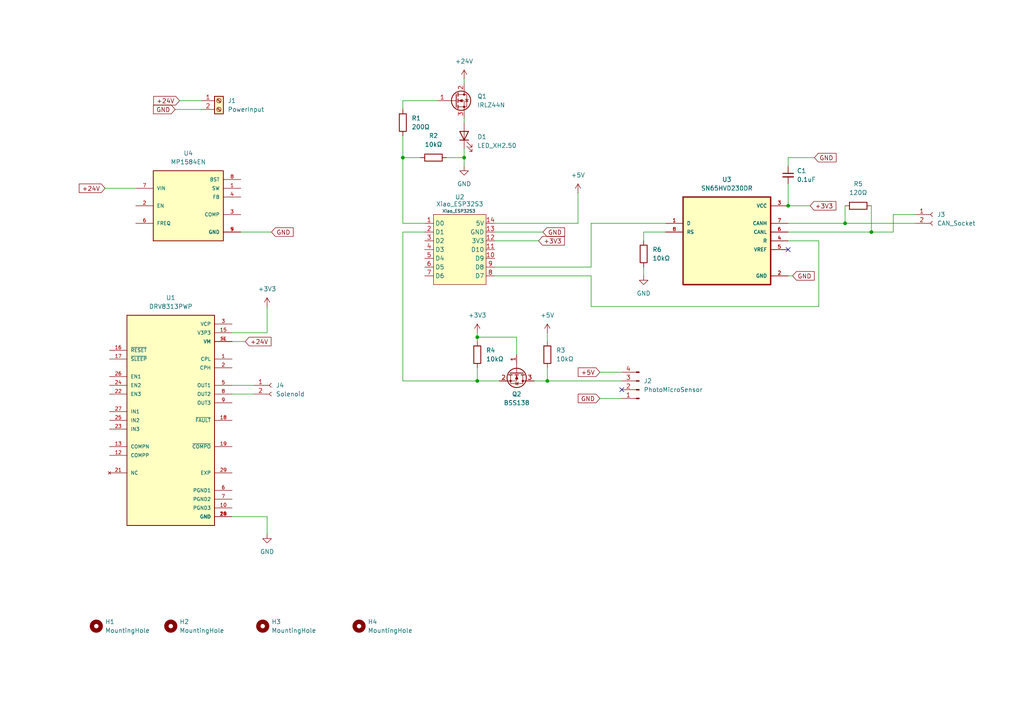
<source format=kicad_sch>
(kicad_sch (version 20231120) (generator "eeschema") (generator_version "8.0")
  (paper "A4")
  (lib_symbols
    (symbol "Connector:Conn_01x02_Socket" (pin_names (offset 1.016) hide)
      (property "Reference" "J" (at 0 2.54 0))
      (property "Value" "Conn_01x02_Socket" (at 0 -5.08 0))
      (symbol "Conn_01x02_Socket_1_1"
        (arc (start 0 -2.032) (mid -0.5058 -2.54) (end 0 -3.048) (stroke (width 0.1524)))
        (polyline (pts (xy -1.27 -2.54) (xy -0.508 -2.54)) (stroke (width 0.1524)))
        (polyline (pts (xy -1.27 0) (xy -0.508 0)) (stroke (width 0.1524)))
        (arc (start 0 0.508) (mid -0.5058 0) (end 0 -0.508) (stroke (width 0.1524)))
        (pin passive line (at -5.08 0 0) (length 3.81) (name "Pin_1") (number "1"))
        (pin passive line (at -5.08 -2.54 0) (length 3.81) (name "Pin_2") (number "2"))
      )
    )
    (symbol "Connector:Conn_01x04_Pin" (pin_names (offset 1.016) hide)
      (property "Reference" "J" (at 0 5.08 0))
      (property "Value" "Conn_01x04_Pin" (at 0 -7.62 0))
      (symbol "Conn_01x04_Pin_1_1"
        (polyline (pts (xy 1.27 -5.08) (xy 0.8636 -5.08)) (stroke (width 0.1524)))
        (polyline (pts (xy 1.27 -2.54) (xy 0.8636 -2.54)) (stroke (width 0.1524)))
        (polyline (pts (xy 1.27 0) (xy 0.8636 0)) (stroke (width 0.1524)))
        (polyline (pts (xy 1.27 2.54) (xy 0.8636 2.54)) (stroke (width 0.1524)))
        (rectangle (start 0.8636 -4.953) (end 0 -5.207) (stroke (width 0.1524)) (fill (type outline)))
        (rectangle (start 0.8636 -2.413) (end 0 -2.667) (stroke (width 0.1524)) (fill (type outline)))
        (rectangle (start 0.8636 0.127) (end 0 -0.127) (stroke (width 0.1524)) (fill (type outline)))
        (rectangle (start 0.8636 2.667) (end 0 2.413) (stroke (width 0.1524)) (fill (type outline)))
        (pin passive line (at 5.08 2.54 180) (length 3.81) (name "Pin_1") (number "1"))
        (pin passive line (at 5.08 0 180) (length 3.81) (name "Pin_2") (number "2"))
        (pin passive line (at 5.08 -2.54 180) (length 3.81) (name "Pin_3") (number "3"))
        (pin passive line (at 5.08 -5.08 180) (length 3.81) (name "Pin_4") (number "4"))
      )
    )
    (symbol "Connector:Screw_Terminal_01x02" (pin_names (offset 1.016) hide)
      (property "Reference" "J" (at 0 2.54 0))
      (property "Value" "Screw_Terminal_01x02" (at 0 -5.08 0))
      (symbol "Screw_Terminal_01x02_1_1"
        (rectangle (start -1.27 1.27) (end 1.27 -3.81) (stroke (width 0.254)) (fill (type background)))
        (circle (center 0 -2.54) (radius 0.635) (stroke (width 0.1524)))
        (polyline (pts (xy -0.5334 -2.2098) (xy 0.3302 -3.048)) (stroke (width 0.1524)))
        (polyline (pts (xy -0.5334 0.3302) (xy 0.3302 -0.508)) (stroke (width 0.1524)))
        (polyline (pts (xy -0.3556 -2.032) (xy 0.508 -2.8702)) (stroke (width 0.1524)))
        (polyline (pts (xy -0.3556 0.508) (xy 0.508 -0.3302)) (stroke (width 0.1524)))
        (circle (center 0 0) (radius 0.635) (stroke (width 0.1524)))
        (pin passive line (at -5.08 0 0) (length 3.81) (name "Pin_1") (number "1"))
        (pin passive line (at -5.08 -2.54 0) (length 3.81) (name "Pin_2") (number "2"))
      )
    )
    (symbol "Custom:DRV8313PWP" (pin_names (offset 1.016))
      (property "Reference" "U" (at -12.7 31.48 0))
      (property "Value" "DRV8313PWP" (at -12.7 -33.02 0))
      (symbol "DRV8313PWP_0_0"
        (rectangle (start -12.7 -30.48) (end 12.7 30.48) (stroke (width 0.254)) (fill (type background)))
        (pin power_in line (at 17.78 17.78 180) (length 5.08) (name "CPL") (number "1"))
        (pin power_in line (at 17.78 -25.4 180) (length 5.08) (name "PGND3") (number "10"))
        (pin power_in line (at 17.78 22.86 180) (length 5.08) (name "VM") (number "11"))
        (pin input line (at -17.78 -10.16 0) (length 5.08) (name "COMPP") (number "12"))
        (pin input line (at -17.78 -7.62 0) (length 5.08) (name "COMPN") (number "13"))
        (pin power_in line (at 17.78 -27.94 180) (length 5.08) (name "GND") (number "14"))
        (pin power_in line (at 17.78 25.4 180) (length 5.08) (name "V3P3") (number "15"))
        (pin input line (at -17.78 20.32 0) (length 5.08) (name "~{RESET}") (number "16"))
        (pin input line (at -17.78 17.78 0) (length 5.08) (name "~{SLEEP}") (number "17"))
        (pin output line (at 17.78 0 180) (length 5.08) (name "~{FAULT}") (number "18"))
        (pin output line (at 17.78 -7.62 180) (length 5.08) (name "~{COMPO}") (number "19"))
        (pin power_in line (at 17.78 15.24 180) (length 5.08) (name "CPH") (number "2"))
        (pin power_in line (at 17.78 -27.94 180) (length 5.08) (name "GND") (number "20"))
        (pin no_connect line (at -17.78 -15.24 0) (length 5.08) (name "NC") (number "21"))
        (pin input line (at -17.78 7.62 0) (length 5.08) (name "EN3") (number "22"))
        (pin input line (at -17.78 -2.54 0) (length 5.08) (name "IN3") (number "23"))
        (pin input line (at -17.78 10.16 0) (length 5.08) (name "EN2") (number "24"))
        (pin input line (at -17.78 0 0) (length 5.08) (name "IN2") (number "25"))
        (pin input line (at -17.78 12.7 0) (length 5.08) (name "EN1") (number "26"))
        (pin input line (at -17.78 2.54 0) (length 5.08) (name "IN1") (number "27"))
        (pin power_in line (at 17.78 -27.94 180) (length 5.08) (name "GND") (number "28"))
        (pin power_in line (at 17.78 -15.24 180) (length 5.08) (name "EXP") (number "29"))
        (pin power_in line (at 17.78 27.94 180) (length 5.08) (name "VCP") (number "3"))
        (pin power_in line (at 17.78 22.86 180) (length 5.08) (name "VM") (number "4"))
        (pin output line (at 17.78 10.16 180) (length 5.08) (name "OUT1") (number "5"))
        (pin power_in line (at 17.78 -20.32 180) (length 5.08) (name "PGND1") (number "6"))
        (pin power_in line (at 17.78 -22.86 180) (length 5.08) (name "PGND2") (number "7"))
        (pin output line (at 17.78 7.62 180) (length 5.08) (name "OUT2") (number "8"))
        (pin output line (at 17.78 5.08 180) (length 5.08) (name "OUT3") (number "9"))
      )
    )
    (symbol "Custom:Xiao_ESP32S3"
      (property "Reference" "U" (at -6.858 -11.684 0))
      (symbol "Xiao_ESP32S3_1_1"
        (rectangle (start -7.62 10.16) (end 7.62 -10.16) (fill (type background)))
        (text "Xiao_ESP32S3\n" (at -0.254 11.176 0) (effects (font (size 0.889 0.889))))
        (pin input line (at -10.16 7.62 0) (length 2.54) (name "D0") (number "1"))
        (pin input line (at 10.16 -2.54 180) (length 2.54) (name "D9") (number "10"))
        (pin input line (at 10.16 0 180) (length 2.54) (name "D10") (number "11"))
        (pin input line (at 10.16 2.54 180) (length 2.54) (name "3V3") (number "12"))
        (pin input line (at 10.16 5.08 180) (length 2.54) (name "GND") (number "13"))
        (pin input line (at 10.16 7.62 180) (length 2.54) (name "5V") (number "14"))
        (pin input line (at -10.16 5.08 0) (length 2.54) (name "D1") (number "2"))
        (pin input line (at -10.16 2.54 0) (length 2.54) (name "D2") (number "3"))
        (pin input line (at -10.16 0 0) (length 2.54) (name "D3") (number "4"))
        (pin input line (at -10.16 -2.54 0) (length 2.54) (name "D4") (number "5"))
        (pin input line (at -10.16 -5.08 0) (length 2.54) (name "D5") (number "6"))
        (pin input line (at -10.16 -7.62 0) (length 2.54) (name "D6") (number "7"))
        (pin input line (at 10.16 -7.62 180) (length 2.54) (name "D7") (number "8"))
        (pin input line (at 10.16 -5.08 180) (length 2.54) (name "D8") (number "9"))
      )
    )
    (symbol "Device:C_Small" (pin_numbers hide) (pin_names (offset 0.254) hide)
      (property "Reference" "C" (at 0.254 1.778 0))
      (property "Value" "C_Small" (at 0.254 -2.032 0))
      (symbol "C_Small_0_1"
        (polyline (pts (xy -1.524 -0.508) (xy 1.524 -0.508)) (stroke (width 0.3302)))
        (polyline (pts (xy -1.524 0.508) (xy 1.524 0.508)) (stroke (width 0.3048)))
      )
      (symbol "C_Small_1_1"
        (pin passive line (at 0 2.54 270) (length 2.032) (name "~") (number "1"))
        (pin passive line (at 0 -2.54 90) (length 2.032) (name "~") (number "2"))
      )
    )
    (symbol "Device:LED" (pin_numbers hide) (pin_names (offset 1.016) hide)
      (property "Reference" "D" (at 0 2.54 0))
      (property "Value" "LED" (at 0 -2.54 0))
      (symbol "LED_0_1"
        (polyline (pts (xy -1.27 -1.27) (xy -1.27 1.27)) (stroke (width 0.254)))
        (polyline (pts (xy -1.27 0) (xy 1.27 0)))
        (polyline (pts (xy 1.27 -1.27) (xy 1.27 1.27) (xy -1.27 0) (xy 1.27 -1.27)) (stroke (width 0.254)))
        (polyline (pts (xy -3.048 -0.762) (xy -4.572 -2.286) (xy -3.81 -2.286) (xy -4.572 -2.286) (xy -4.572 -1.524)))
        (polyline (pts (xy -1.778 -0.762) (xy -3.302 -2.286) (xy -2.54 -2.286) (xy -3.302 -2.286) (xy -3.302 -1.524)))
      )
      (symbol "LED_1_1"
        (pin passive line (at -3.81 0 0) (length 2.54) (name "K") (number "1"))
        (pin passive line (at 3.81 0 180) (length 2.54) (name "A") (number "2"))
      )
    )
    (symbol "Device:R" (pin_numbers hide) (pin_names (offset 0))
      (property "Reference" "R" (at 2.032 0 90))
      (property "Value" "R" (at 0 0 90))
      (symbol "R_0_1"
        (rectangle (start -1.016 -2.54) (end 1.016 2.54) (stroke (width 0.254)))
      )
      (symbol "R_1_1"
        (pin passive line (at 0 3.81 270) (length 1.27) (name "~") (number "1"))
        (pin passive line (at 0 -3.81 90) (length 1.27) (name "~") (number "2"))
      )
    )
    (symbol "MP1584EN:MP1584EN" (pin_names (offset 1.016))
      (property "Reference" "U" (at -10.185 10.6942 0))
      (property "Value" "MP1584EN" (at -10.1723 -12.7154 0))
      (symbol "MP1584EN_0_0"
        (rectangle (start -10.16 -10.16) (end 10.16 10.16) (stroke (width 0.254)) (fill (type background)))
        (pin output line (at 15.24 5.08 180) (length 5.08) (name "SW") (number "1"))
        (pin input line (at -15.24 0 0) (length 5.08) (name "EN") (number "2"))
        (pin output line (at 15.24 -2.54 180) (length 5.08) (name "COMP") (number "3"))
        (pin input line (at 15.24 2.54 180) (length 5.08) (name "FB") (number "4"))
        (pin power_in line (at 15.24 -7.62 180) (length 5.08) (name "GND") (number "5"))
        (pin input line (at -15.24 -5.08 0) (length 5.08) (name "FREQ") (number "6"))
        (pin input line (at -15.24 5.08 0) (length 5.08) (name "VIN") (number "7"))
        (pin passive line (at 15.24 7.62 180) (length 5.08) (name "BST") (number "8"))
        (pin power_in line (at 15.24 -7.62 180) (length 5.08) (name "GND") (number "9"))
      )
    )
    (symbol "Mechanical:MountingHole" (pin_names (offset 1.016))
      (property "Reference" "H" (at 0 5.08 0))
      (property "Value" "MountingHole" (at 0 3.175 0))
      (symbol "MountingHole_0_1"
        (circle (center 0 0) (radius 1.27) (stroke (width 1.27)))
      )
    )
    (symbol "SN65HVD230DR:SN65HVD230DR" (pin_names (offset 1.016))
      (property "Reference" "U" (at -12.7 13.7 0))
      (property "Value" "SN65HVD230DR" (at -12.7 -16.7 0))
      (symbol "SN65HVD230DR_0_0"
        (rectangle (start -12.7 -12.7) (end 12.7 12.7) (stroke (width 0.41)) (fill (type background)))
        (pin input line (at -17.78 5.08 0) (length 5.08) (name "D") (number "1"))
        (pin power_in line (at 17.78 -10.16 180) (length 5.08) (name "GND") (number "2"))
        (pin power_in line (at 17.78 10.16 180) (length 5.08) (name "VCC") (number "3"))
        (pin output line (at 17.78 0 180) (length 5.08) (name "R") (number "4"))
        (pin output line (at 17.78 -2.54 180) (length 5.08) (name "VREF") (number "5"))
        (pin output line (at 17.78 2.54 180) (length 5.08) (name "CANL") (number "6"))
        (pin output line (at 17.78 5.08 180) (length 5.08) (name "CANH") (number "7"))
        (pin input line (at -17.78 2.54 0) (length 5.08) (name "RS") (number "8"))
      )
    )
    (symbol "Transistor_FET:BSS138" (pin_names hide)
      (property "Reference" "Q" (at 5.08 1.905 0))
      (property "Value" "BSS138" (at 5.08 0 0))
      (symbol "BSS138_0_1"
        (polyline (pts (xy 0.254 0) (xy -2.54 0)))
        (polyline (pts (xy 0.254 1.905) (xy 0.254 -1.905)) (stroke (width 0.254)))
        (polyline (pts (xy 0.762 -1.27) (xy 0.762 -2.286)) (stroke (width 0.254)))
        (polyline (pts (xy 0.762 0.508) (xy 0.762 -0.508)) (stroke (width 0.254)))
        (polyline (pts (xy 0.762 2.286) (xy 0.762 1.27)) (stroke (width 0.254)))
        (polyline (pts (xy 2.54 2.54) (xy 2.54 1.778)))
        (polyline (pts (xy 2.54 -2.54) (xy 2.54 0) (xy 0.762 0)))
        (polyline (pts (xy 0.762 -1.778) (xy 3.302 -1.778) (xy 3.302 1.778) (xy 0.762 1.778)))
        (polyline (pts (xy 1.016 0) (xy 2.032 0.381) (xy 2.032 -0.381) (xy 1.016 0)) (fill (type outline)))
        (polyline (pts (xy 2.794 0.508) (xy 2.921 0.381) (xy 3.683 0.381) (xy 3.81 0.254)))
        (polyline (pts (xy 3.302 0.381) (xy 2.921 -0.254) (xy 3.683 -0.254) (xy 3.302 0.381)))
        (circle (center 1.651 0) (radius 2.794) (stroke (width 0.254)))
        (circle (center 2.54 -1.778) (radius 0.254) (fill (type outline)))
        (circle (center 2.54 1.778) (radius 0.254) (fill (type outline)))
      )
      (symbol "BSS138_1_1"
        (pin input line (at -5.08 0 0) (length 2.54) (name "G") (number "1"))
        (pin passive line (at 2.54 -5.08 90) (length 2.54) (name "S") (number "2"))
        (pin passive line (at 2.54 5.08 270) (length 2.54) (name "D") (number "3"))
      )
    )
    (symbol "Transistor_FET:IRLZ44N" (pin_names hide)
      (property "Reference" "Q" (at 5.08 1.905 0))
      (property "Value" "IRLZ44N" (at 5.08 0 0))
      (symbol "IRLZ44N_0_1"
        (polyline (pts (xy 0.254 0) (xy -2.54 0)))
        (polyline (pts (xy 0.254 1.905) (xy 0.254 -1.905)) (stroke (width 0.254)))
        (polyline (pts (xy 0.762 -1.27) (xy 0.762 -2.286)) (stroke (width 0.254)))
        (polyline (pts (xy 0.762 0.508) (xy 0.762 -0.508)) (stroke (width 0.254)))
        (polyline (pts (xy 0.762 2.286) (xy 0.762 1.27)) (stroke (width 0.254)))
        (polyline (pts (xy 2.54 2.54) (xy 2.54 1.778)))
        (polyline (pts (xy 2.54 -2.54) (xy 2.54 0) (xy 0.762 0)))
        (polyline (pts (xy 0.762 -1.778) (xy 3.302 -1.778) (xy 3.302 1.778) (xy 0.762 1.778)))
        (polyline (pts (xy 1.016 0) (xy 2.032 0.381) (xy 2.032 -0.381) (xy 1.016 0)) (fill (type outline)))
        (polyline (pts (xy 2.794 0.508) (xy 2.921 0.381) (xy 3.683 0.381) (xy 3.81 0.254)))
        (polyline (pts (xy 3.302 0.381) (xy 2.921 -0.254) (xy 3.683 -0.254) (xy 3.302 0.381)))
        (circle (center 1.651 0) (radius 2.794) (stroke (width 0.254)))
        (circle (center 2.54 -1.778) (radius 0.254) (fill (type outline)))
        (circle (center 2.54 1.778) (radius 0.254) (fill (type outline)))
      )
      (symbol "IRLZ44N_1_1"
        (pin input line (at -5.08 0 0) (length 2.54) (name "G") (number "1"))
        (pin passive line (at 2.54 5.08 270) (length 2.54) (name "D") (number "2"))
        (pin passive line (at 2.54 -5.08 90) (length 2.54) (name "S") (number "3"))
      )
    )
    (symbol "power:+24V" (power) (pin_numbers hide) (pin_names (offset 0) hide)
      (property "Value" "+24V" (at 0 3.556 0))
      (symbol "+24V_0_1"
        (polyline (pts (xy -0.762 1.27) (xy 0 2.54)))
        (polyline (pts (xy 0 0) (xy 0 2.54)))
        (polyline (pts (xy 0 2.54) (xy 0.762 1.27)))
      )
      (symbol "+24V_1_1"
        (pin power_in line (at 0 0 90) (length 0) (name "~") (number "1"))
      )
    )
    (symbol "power:+3V3" (power) (pin_numbers hide) (pin_names (offset 0) hide)
      (property "Value" "+3V3" (at 0 3.556 0))
      (symbol "+3V3_0_1"
        (polyline (pts (xy -0.762 1.27) (xy 0 2.54)))
        (polyline (pts (xy 0 0) (xy 0 2.54)))
        (polyline (pts (xy 0 2.54) (xy 0.762 1.27)))
      )
      (symbol "+3V3_1_1"
        (pin power_in line (at 0 0 90) (length 0) (name "~") (number "1"))
      )
    )
    (symbol "power:+5V" (power) (pin_numbers hide) (pin_names (offset 0) hide)
      (property "Value" "+5V" (at 0 3.556 0))
      (symbol "+5V_0_1"
        (polyline (pts (xy -0.762 1.27) (xy 0 2.54)))
        (polyline (pts (xy 0 0) (xy 0 2.54)))
        (polyline (pts (xy 0 2.54) (xy 0.762 1.27)))
      )
      (symbol "+5V_1_1"
        (pin power_in line (at 0 0 90) (length 0) (name "~") (number "1"))
      )
    )
    (symbol "power:GND" (power) (pin_numbers hide) (pin_names (offset 0) hide)
      (property "Value" "GND" (at 0 -3.81 0))
      (symbol "GND_0_1"
        (polyline (pts (xy 0 0) (xy 0 -1.27) (xy 1.27 -1.27) (xy 0 -2.54) (xy -1.27 -1.27) (xy 0 -1.27)))
      )
      (symbol "GND_1_1"
        (pin power_in line (at 0 0 270) (length 0) (name "~") (number "1"))
      )
    )
  )
  (junction (at 138.43 97.79))
  (junction (at 116.84 45.72))
  (junction (at 134.62 45.72))
  (junction (at 158.75 110.49))
  (junction (at 228.6 59.69))
  (junction (at 245.11 64.77))
  (junction (at 138.43 110.49))
  (junction (at 252.73 67.31))
  (no_connect (at 180.34 113.03))
  (no_connect (at 228.6 72.39))
  (wire (pts (xy 138.43 110.49) (xy 144.78 110.49)))
  (wire (pts (xy 143.51 67.31) (xy 157.48 67.31)))
  (wire (pts (xy 116.84 39.37) (xy 116.84 45.72)))
  (wire (pts (xy 158.75 110.49) (xy 180.34 110.49)))
  (wire (pts (xy 158.75 106.68) (xy 158.75 110.49)))
  (wire (pts (xy 127 29.21) (xy 116.84 29.21)))
  (wire (pts (xy 123.19 64.77) (xy 116.84 64.77)))
  (wire (pts (xy 245.11 59.69) (xy 245.11 64.77)))
  (wire (pts (xy 167.64 64.77) (xy 167.64 55.88)))
  (wire (pts (xy 245.11 64.77) (xy 265.43 64.77)))
  (wire (pts (xy 67.31 99.06) (xy 71.12 99.06)))
  (wire (pts (xy 67.31 96.52) (xy 77.47 96.52)))
  (wire (pts (xy 228.6 45.72) (xy 236.22 45.72)))
  (wire (pts (xy 67.31 114.3) (xy 73.66 114.3)))
  (wire (pts (xy 259.08 62.23) (xy 265.43 62.23)))
  (wire (pts (xy 171.45 64.77) (xy 171.45 77.47)))
  (wire (pts (xy 134.62 43.18) (xy 134.62 45.72)))
  (wire (pts (xy 77.47 154.94) (xy 77.47 149.86)))
  (wire (pts (xy 228.6 64.77) (xy 245.11 64.77)))
  (wire (pts (xy 138.43 96.52) (xy 138.43 97.79)))
  (wire (pts (xy 143.51 69.85) (xy 156.21 69.85)))
  (wire (pts (xy 154.94 110.49) (xy 158.75 110.49)))
  (wire (pts (xy 116.84 45.72) (xy 116.84 64.77)))
  (wire (pts (xy 134.62 45.72) (xy 134.62 48.26)))
  (wire (pts (xy 252.73 67.31) (xy 259.08 67.31)))
  (wire (pts (xy 228.6 48.26) (xy 228.6 45.72)))
  (wire (pts (xy 259.08 67.31) (xy 259.08 62.23)))
  (wire (pts (xy 143.51 64.77) (xy 167.64 64.77)))
  (wire (pts (xy 138.43 106.68) (xy 138.43 110.49)))
  (wire (pts (xy 228.6 53.34) (xy 228.6 59.69)))
  (wire (pts (xy 69.85 67.31) (xy 78.74 67.31)))
  (wire (pts (xy 173.99 107.95) (xy 180.34 107.95)))
  (wire (pts (xy 138.43 97.79) (xy 138.43 99.06)))
  (wire (pts (xy 193.04 64.77) (xy 171.45 64.77)))
  (wire (pts (xy 149.86 97.79) (xy 138.43 97.79)))
  (wire (pts (xy 134.62 22.86) (xy 134.62 24.13)))
  (wire (pts (xy 237.49 69.85) (xy 237.49 88.9)))
  (wire (pts (xy 252.73 59.69) (xy 252.73 67.31)))
  (wire (pts (xy 228.6 69.85) (xy 237.49 69.85)))
  (wire (pts (xy 134.62 34.29) (xy 134.62 35.56)))
  (wire (pts (xy 186.69 67.31) (xy 193.04 67.31)))
  (wire (pts (xy 52.07 29.21) (xy 58.42 29.21)))
  (wire (pts (xy 171.45 77.47) (xy 143.51 77.47)))
  (wire (pts (xy 116.84 45.72) (xy 121.92 45.72)))
  (wire (pts (xy 237.49 88.9) (xy 171.45 88.9)))
  (wire (pts (xy 123.19 67.31) (xy 116.84 67.31)))
  (wire (pts (xy 116.84 110.49) (xy 138.43 110.49)))
  (wire (pts (xy 77.47 96.52) (xy 77.47 88.9)))
  (wire (pts (xy 67.31 111.76) (xy 73.66 111.76)))
  (wire (pts (xy 228.6 67.31) (xy 252.73 67.31)))
  (wire (pts (xy 129.54 45.72) (xy 134.62 45.72)))
  (wire (pts (xy 77.47 149.86) (xy 67.31 149.86)))
  (wire (pts (xy 50.8 31.75) (xy 58.42 31.75)))
  (wire (pts (xy 116.84 29.21) (xy 116.84 31.75)))
  (wire (pts (xy 116.84 67.31) (xy 116.84 110.49)))
  (wire (pts (xy 171.45 88.9) (xy 171.45 80.01)))
  (wire (pts (xy 228.6 80.01) (xy 229.87 80.01)))
  (wire (pts (xy 30.48 54.61) (xy 39.37 54.61)))
  (wire (pts (xy 186.69 69.85) (xy 186.69 67.31)))
  (wire (pts (xy 228.6 59.69) (xy 234.95 59.69)))
  (wire (pts (xy 173.99 115.57) (xy 180.34 115.57)))
  (wire (pts (xy 171.45 80.01) (xy 143.51 80.01)))
  (wire (pts (xy 149.86 102.87) (xy 149.86 97.79)))
  (wire (pts (xy 186.69 77.47) (xy 186.69 80.01)))
  (wire (pts (xy 158.75 96.52) (xy 158.75 99.06)))
  (global_label "GND" (shape input) (at 173.99 115.57 180) (property "Intersheetrefs" "${INTERSHEET_REFS}" (effects (hide yes))))
  (global_label "GND" (shape input) (at 50.8 31.75 180) (property "Intersheetrefs" "${INTERSHEET_REFS}" (effects (hide yes))))
  (global_label "GND" (shape input) (at 78.74 67.31 0) (property "Intersheetrefs" "${INTERSHEET_REFS}" (effects (hide yes))))
  (global_label "GND" (shape input) (at 229.87 80.01 0) (property "Intersheetrefs" "${INTERSHEET_REFS}" (effects (hide yes))))
  (global_label "+24V" (shape input) (at 71.12 99.06 0) (property "Intersheetrefs" "${INTERSHEET_REFS}" (effects (hide yes))))
  (global_label "+3V3" (shape input) (at 156.21 69.85 0) (property "Intersheetrefs" "${INTERSHEET_REFS}" (effects (hide yes))))
  (global_label "GND" (shape input) (at 157.48 67.31 0) (property "Intersheetrefs" "${INTERSHEET_REFS}" (effects (hide yes))))
  (global_label "+24V" (shape input) (at 30.48 54.61 180) (property "Intersheetrefs" "${INTERSHEET_REFS}" (effects (hide yes))))
  (global_label "+24V" (shape input) (at 52.07 29.21 180) (property "Intersheetrefs" "${INTERSHEET_REFS}" (effects (hide yes))))
  (global_label "+5V" (shape input) (at 173.99 107.95 180) (property "Intersheetrefs" "${INTERSHEET_REFS}" (effects (hide yes))))
  (global_label "+3V3" (shape input) (at 234.95 59.69 0) (property "Intersheetrefs" "${INTERSHEET_REFS}" (effects (hide yes))))
  (global_label "GND" (shape input) (at 236.22 45.72 0) (property "Intersheetrefs" "${INTERSHEET_REFS}" (effects (hide yes))))
  (symbol (lib_id "Device:LED") (at 134.62 39.37 90) (unit 1)
    (property "Reference" "D1" (at 138.43 39.6874 90) (effects (justify right)))
    (property "Value" "LED_XH2.50" (at 138.43 42.2274 90) (effects (justify right)))
    (property "Footprint" "Connector_JST:JST_XH_B2B-XH-A_1x02_P2.50mm_Vertical" (effects (hide yes)))
    (property "Description" "Light emitting diode" (effects (hide yes)))
  )
  (symbol (lib_id "MP1584EN:MP1584EN") (at 54.61 59.69 0) (unit 1)
    (property "Reference" "U4" (at 54.61 44.45 0))
    (property "Value" "MP1584EN" (at 54.61 46.99 0))
    (property "Footprint" "MP1584EN:SOIC127P600X170-9N" (effects (hide yes)))
    (property "MF" "Monolithic Power" (effects (hide yes)))
    (property "PACKAGE" "None" (effects (hide yes)))
    (property "PRICE" "None" (effects (hide yes)))
    (property "Package" "SOIC-8 Monolithic Power" (effects (hide yes)))
    (property "Check_prices" "https://www.snapeda.com/parts/MP1584EN/Monolithic+Power+Systems+Inc./view-part/?ref=eda" (effects (hide yes)))
    (property "STANDARD" "IPC-7351B" (effects (hide yes)))
    (property "SnapEDA_Link" "https://www.snapeda.com/parts/MP1584EN/Monolithic+Power+Systems+Inc./view-part/?ref=snap" (effects (hide yes)))
    (property "MP" "MP1584EN" (effects (hide yes)))
    (property "Price" "None" (effects (hide yes)))
    (property "Availability" "Not in stock" (effects (hide yes)))
    (property "AVAILABILITY" "Unavailable" (effects (hide yes)))
    (property "Description_1" "\nBuck Switching Regulator IC Positive Adjustable 0.8V 1 Output 3A 8-SOIC (0.154, 3.90mm Width) Exposed Pad\n" (effects (hide yes)))
  )
  (symbol (lib_id "Custom:DRV8313PWP") (at 49.53 121.92 0) (unit 1)
    (property "Reference" "U1" (at 49.53 86.36 0))
    (property "Value" "DRV8313PWP" (at 49.53 88.9 0))
    (property "Footprint" "Custom:SOP65P640X120-29N" (effects (hide yes)))
    (property "DigiKey_Part_Number" "296-35540-5-ND" (effects (hide yes)))
    (property "SnapEDA_Link" "https://www.snapeda.com/parts/DRV8313PWP/Texas+Instruments/view-part/?ref=snap" (effects (hide yes)))
    (property "SNAPEDA_PACKAGE_ID" "102627" (effects (hide yes)))
    (property "Package" "HTSSOP-28 Texas Instruments" (effects (hide yes)))
    (property "Check_prices" "https://www.snapeda.com/parts/DRV8313PWP/Texas+Instruments/view-part/?ref=eda" (effects (hide yes)))
    (property "STANDARD" "Manufacturer Recommendations" (effects (hide yes)))
    (property "PARTREV" "D" (effects (hide yes)))
    (property "MF" "Texas Instruments" (effects (hide yes)))
    (property "MP" "DRV8313PWP" (effects (hide yes)))
    (property "Description_1" "\n65-V max 3-A peak 3-phase motor driver with integrated FETs\n" (effects (hide yes)))
    (property "MANUFACTURER" "Texas Instruments" (effects (hide yes)))
    (property "MAXIMUM_PACKAGE_HEIGHT" "1.2 mm" (effects (hide yes)))
  )
  (symbol (lib_id "Device:R") (at 125.73 45.72 90) (unit 1)
    (property "Reference" "R2" (at 125.73 39.37 90))
    (property "Value" "10kΩ" (at 125.73 41.91 90))
    (property "Footprint" "Resistor_SMD:R_1206_3216Metric" (effects (hide yes)))
    (property "Description" "Resistor" (effects (hide yes)))
  )
  (symbol (lib_id "Mechanical:MountingHole") (at 49.53 181.61 0) (unit 1)
    (property "Reference" "H2" (at 52.07 180.3399 0) (effects (justify left)))
    (property "Value" "MountingHole" (at 52.07 182.8799 0) (effects (justify left)))
    (property "Footprint" "MountingHole:MountingHole_3.2mm_M3_Pad_Via" (effects (hide yes)))
    (property "Description" "Mounting Hole without connection" (effects (hide yes)))
  )
  (symbol (lib_id "Mechanical:MountingHole") (at 104.14 181.61 0) (unit 1)
    (property "Reference" "H4" (at 106.68 180.3399 0) (effects (justify left)))
    (property "Value" "MountingHole" (at 106.68 182.8799 0) (effects (justify left)))
    (property "Footprint" "MountingHole:MountingHole_3.2mm_M3_Pad_Via" (effects (hide yes)))
    (property "Description" "Mounting Hole without connection" (effects (hide yes)))
  )
  (symbol (lib_id "power:+5V") (at 167.64 55.88 0) (unit 1)
    (property "Reference" "#PWR02" (effects (hide yes)))
    (property "Value" "+5V" (at 167.64 50.8 0))
    (property "Description" "Power symbol creates a global label with name \"+5V\"" (effects (hide yes)))
  )
  (symbol (lib_id "Mechanical:MountingHole") (at 27.94 181.61 0) (unit 1)
    (property "Reference" "H1" (at 30.48 180.3399 0) (effects (justify left)))
    (property "Value" "MountingHole" (at 30.48 182.8799 0) (effects (justify left)))
    (property "Footprint" "MountingHole:MountingHole_3.2mm_M3_Pad_Via" (effects (hide yes)))
    (property "Description" "Mounting Hole without connection" (effects (hide yes)))
  )
  (symbol (lib_id "Device:R") (at 138.43 102.87 0) (unit 1)
    (property "Reference" "R4" (at 140.97 101.5999 0) (effects (justify left)))
    (property "Value" "10kΩ" (at 140.97 104.1399 0) (effects (justify left)))
    (property "Footprint" "Resistor_SMD:R_1206_3216Metric" (effects (hide yes)))
    (property "Description" "Resistor" (effects (hide yes)))
  )
  (symbol (lib_id "Connector:Conn_01x04_Pin") (at 185.42 113.03 180) (unit 1)
    (property "Reference" "J2" (at 186.69 110.4899 0) (effects (justify right)))
    (property "Value" "PhotoMicroSensor" (at 186.69 113.0299 0) (effects (justify right)))
    (property "Footprint" "Connector_JST:JST_XH_B4B-XH-A_1x04_P2.50mm_Vertical" (effects (hide yes)))
    (property "Description" "Generic connector, single row, 01x04, script generated" (effects (hide yes)))
  )
  (symbol (lib_id "power:+3V3") (at 77.47 88.9 0) (unit 1)
    (property "Reference" "#PWR03" (effects (hide yes)))
    (property "Value" "+3V3" (at 77.47 83.82 0))
    (property "Description" "Power symbol creates a global label with name \"+3V3\"" (effects (hide yes)))
  )
  (symbol (lib_id "Device:R") (at 186.69 73.66 0) (unit 1)
    (property "Reference" "R6" (at 189.23 72.3899 0) (effects (justify left)))
    (property "Value" "10kΩ" (at 189.23 74.9299 0) (effects (justify left)))
    (property "Footprint" "Resistor_SMD:R_1206_3216Metric" (effects (hide yes)))
    (property "Description" "Resistor" (effects (hide yes)))
  )
  (symbol (lib_id "Device:C_Small") (at 228.6 50.8 0) (unit 1)
    (property "Reference" "C1" (at 231.14 49.5362 0) (effects (justify left)))
    (property "Value" "0.1uF" (at 231.14 52.0762 0) (effects (justify left)))
    (property "Footprint" "Capacitor_SMD:C_1206_3216Metric" (effects (hide yes)))
    (property "Description" "Unpolarized capacitor, small symbol" (effects (hide yes)))
  )
  (symbol (lib_id "Connector:Conn_01x02_Socket") (at 270.51 62.23 0) (unit 1)
    (property "Reference" "J3" (at 271.78 62.2299 0) (effects (justify left)))
    (property "Value" "CAN_Socket" (at 271.78 64.7699 0) (effects (justify left)))
    (property "Footprint" "TerminalBlock_Phoenix:TerminalBlock_Phoenix_MKDS-1,5-2-5.08_1x02_P5.08mm_Horizontal" (effects (hide yes)))
    (property "Description" "Generic connector, single row, 01x02, script generated" (effects (hide yes)))
  )
  (symbol (lib_id "Transistor_FET:BSS138") (at 149.86 107.95 270) (unit 1)
    (property "Reference" "Q2" (at 149.86 114.3 90))
    (property "Value" "BSS138" (at 149.86 116.84 90))
    (property "Footprint" "Package_TO_SOT_SMD:SOT-23" (effects (hide yes)))
    (property "Datasheet" "https://www.onsemi.com/pub/Collateral/BSS138-D.PDF" (effects (hide yes)))
    (property "Description" "50V Vds, 0.22A Id, N-Channel MOSFET, SOT-23" (effects (hide yes)))
  )
  (symbol (lib_id "power:GND") (at 77.47 154.94 0) (unit 1)
    (property "Reference" "#PWR04" (effects (hide yes)))
    (property "Value" "GND" (at 77.47 160.02 0))
    (property "Description" "Power symbol creates a global label with name \"GND\" , ground" (effects (hide yes)))
  )
  (symbol (lib_id "power:+3V3") (at 138.43 96.52 0) (unit 1)
    (property "Reference" "#PWR07" (effects (hide yes)))
    (property "Value" "+3V3" (at 138.43 91.44 0))
    (property "Description" "Power symbol creates a global label with name \"+3V3\"" (effects (hide yes)))
  )
  (symbol (lib_id "Connector:Conn_01x02_Socket") (at 78.74 111.76 0) (unit 1)
    (property "Reference" "J4" (at 80.01 111.7599 0) (effects (justify left)))
    (property "Value" "Solenoid" (at 80.01 114.2999 0) (effects (justify left)))
    (property "Footprint" "TerminalBlock_Phoenix:TerminalBlock_Phoenix_MKDS-1,5-2-5.08_1x02_P5.08mm_Horizontal" (effects (hide yes)))
    (property "Description" "Generic connector, single row, 01x02, script generated" (effects (hide yes)))
  )
  (symbol (lib_id "power:GND") (at 134.62 48.26 0) (unit 1)
    (property "Reference" "#PWR05" (effects (hide yes)))
    (property "Value" "GND" (at 134.62 53.34 0))
    (property "Description" "Power symbol creates a global label with name \"GND\" , ground" (effects (hide yes)))
  )
  (symbol (lib_id "power:GND") (at 186.69 80.01 0) (unit 1)
    (property "Reference" "#PWR08" (effects (hide yes)))
    (property "Value" "GND" (at 186.69 85.09 0))
    (property "Description" "Power symbol creates a global label with name \"GND\" , ground" (effects (hide yes)))
  )
  (symbol (lib_id "Device:R") (at 116.84 35.56 180) (unit 1)
    (property "Reference" "R1" (at 119.38 34.2899 0) (effects (justify right)))
    (property "Value" "200Ω" (at 119.38 36.8299 0) (effects (justify right)))
    (property "Footprint" "Resistor_SMD:R_1206_3216Metric" (effects (hide yes)))
    (property "Description" "Resistor" (effects (hide yes)))
  )
  (symbol (lib_id "Custom:Xiao_ESP32S3") (at 133.35 72.39 0) (unit 1)
    (property "Reference" "U2" (at 133.35 57.15 0))
    (property "Value" "Xiao_ESP32S3" (at 133.35 59.182 0))
    (property "Footprint" "Custom:Xiao_ESP32S3_THT" (effects (hide yes)))
  )
  (symbol (lib_id "Mechanical:MountingHole") (at 76.2 181.61 0) (unit 1)
    (property "Reference" "H3" (at 78.74 180.3399 0) (effects (justify left)))
    (property "Value" "MountingHole" (at 78.74 182.8799 0) (effects (justify left)))
    (property "Footprint" "MountingHole:MountingHole_3.2mm_M3_Pad_Via" (effects (hide yes)))
    (property "Description" "Mounting Hole without connection" (effects (hide yes)))
  )
  (symbol (lib_id "Transistor_FET:IRLZ44N") (at 132.08 29.21 0) (unit 1)
    (property "Reference" "Q1" (at 138.43 27.9399 0) (effects (justify left)))
    (property "Value" "IRLZ44N" (at 138.43 30.4799 0) (effects (justify left)))
    (property "Footprint" "Custom:IRLZ44NSTRLPBF" (effects (hide yes)))
    (property "Datasheet" "http://www.irf.com/product-info/datasheets/data/irlz44n.pdf" (effects (hide yes)))
    (property "Description" "47A Id, 55V Vds, 22mOhm Rds Single N-Channel HEXFET Power MOSFET, TO-220AB" (effects (hide yes)))
  )
  (symbol (lib_id "power:+5V") (at 158.75 96.52 0) (unit 1)
    (property "Reference" "#PWR01" (effects (hide yes)))
    (property "Value" "+5V" (at 158.75 91.44 0))
    (property "Description" "Power symbol creates a global label with name \"+5V\"" (effects (hide yes)))
  )
  (symbol (lib_id "SN65HVD230DR:SN65HVD230DR") (at 210.82 69.85 0) (unit 1)
    (property "Reference" "U3" (at 210.82 52.07 0))
    (property "Value" "SN65HVD230DR" (at 210.82 54.61 0))
    (property "Footprint" "Custom:SN65HVD230DR_SOIC127P599X175-8N" (effects (hide yes)))
    (property "MF" "Texas Instruments" (effects (hide yes)))
    (property "Description_1" "\n3.3 V CAN Transceiver with Standby Mode\n" (effects (hide yes)))
    (property "Package" "SOIC-8 Texas Instruments" (effects (hide yes)))
    (property "Price" "None" (effects (hide yes)))
    (property "SnapEDA_Link" "https://www.snapeda.com/parts/SN65HVD230DR/Texas+Instruments/view-part/?ref=snap" (effects (hide yes)))
    (property "MP" "SN65HVD230DR" (effects (hide yes)))
    (property "Availability" "In Stock" (effects (hide yes)))
    (property "Check_prices" "https://www.snapeda.com/parts/SN65HVD230DR/Texas+Instruments/view-part/?ref=eda" (effects (hide yes)))
  )
  (symbol (lib_id "power:+24V") (at 134.62 22.86 0) (unit 1)
    (property "Reference" "#PWR06" (effects (hide yes)))
    (property "Value" "+24V" (at 134.62 17.78 0))
    (property "Description" "Power symbol creates a global label with name \"+24V\"" (effects (hide yes)))
  )
  (symbol (lib_id "Device:R") (at 158.75 102.87 180) (unit 1)
    (property "Reference" "R3" (at 161.29 101.5999 0) (effects (justify right)))
    (property "Value" "10kΩ" (at 161.29 104.1399 0) (effects (justify right)))
    (property "Footprint" "Resistor_SMD:R_1206_3216Metric" (effects (hide yes)))
    (property "Description" "Resistor" (effects (hide yes)))
  )
  (symbol (lib_id "Connector:Screw_Terminal_01x02") (at 63.5 29.21 0) (unit 1)
    (property "Reference" "J1" (at 66.04 29.2099 0) (effects (justify left)))
    (property "Value" "PowerInput" (at 66.04 31.7499 0) (effects (justify left)))
    (property "Footprint" "TerminalBlock_Phoenix:TerminalBlock_Phoenix_MKDS-1,5-2-5.08_1x02_P5.08mm_Horizontal" (effects (hide yes)))
    (property "Description" "Generic screw terminal, single row, 01x02, script generated (kicad-library-utils/schlib/autogen/connector/)" (effects (hide yes)))
  )
  (symbol (lib_id "Device:R") (at 248.92 59.69 90) (unit 1)
    (property "Reference" "R5" (at 248.92 53.34 90))
    (property "Value" "120Ω" (at 248.92 55.88 90))
    (property "Footprint" "Resistor_SMD:R_0805_2012Metric" (effects (hide yes)))
    (property "Description" "Resistor" (effects (hide yes)))
  )
)
</source>
